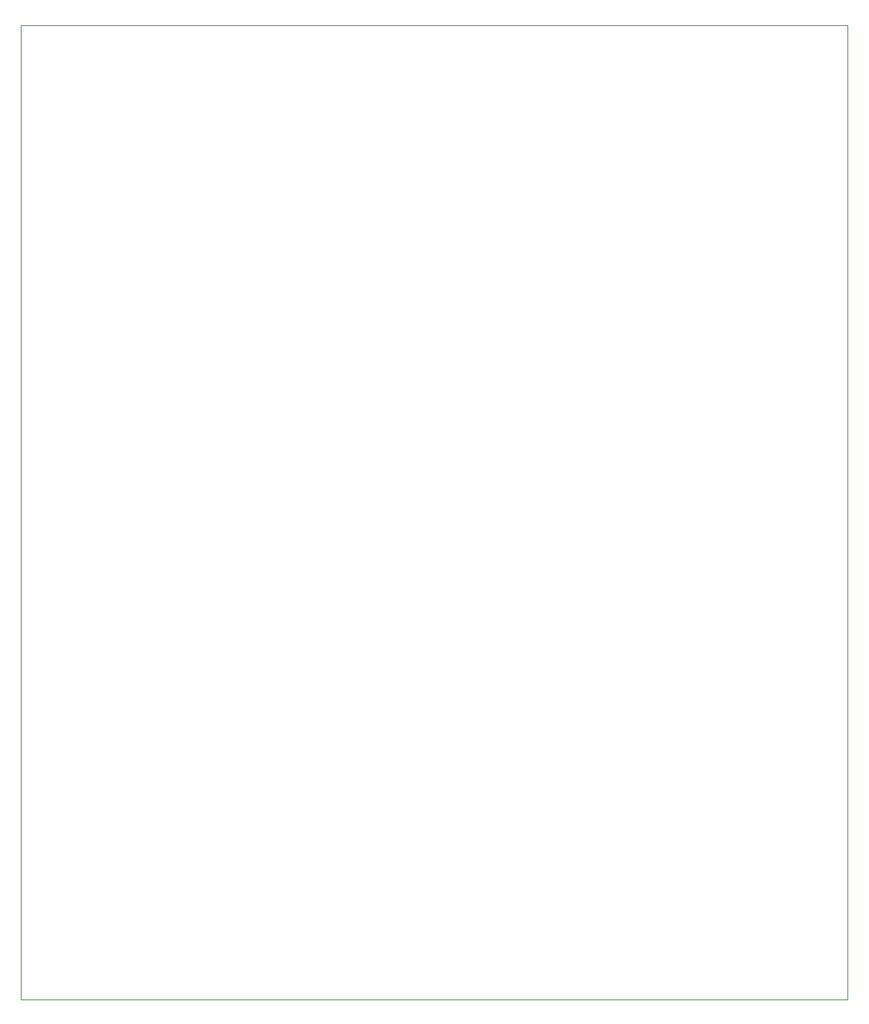
<source format=gbr>
%TF.GenerationSoftware,KiCad,Pcbnew,7.0.10*%
%TF.CreationDate,2024-02-10T17:39:24-06:00*%
%TF.ProjectId,DAQ,4441512e-6b69-4636-9164-5f7063625858,rev?*%
%TF.SameCoordinates,Original*%
%TF.FileFunction,Profile,NP*%
%FSLAX46Y46*%
G04 Gerber Fmt 4.6, Leading zero omitted, Abs format (unit mm)*
G04 Created by KiCad (PCBNEW 7.0.10) date 2024-02-10 17:39:24*
%MOMM*%
%LPD*%
G01*
G04 APERTURE LIST*
%TA.AperFunction,Profile*%
%ADD10C,0.100000*%
%TD*%
G04 APERTURE END LIST*
D10*
X24384000Y-83312000D02*
X118618000Y-83312000D01*
X118618000Y-194310000D01*
X24384000Y-194310000D01*
X24384000Y-83312000D01*
M02*

</source>
